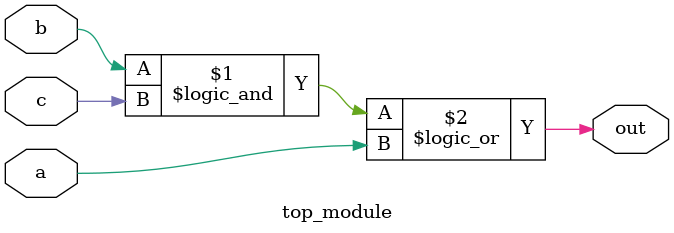
<source format=sv>
module top_module(
	input a, 
	input b,
	input c,
	output out
);

	assign out = (b && c) || a; // Implementing the Karnaugh map logic

endmodule

</source>
